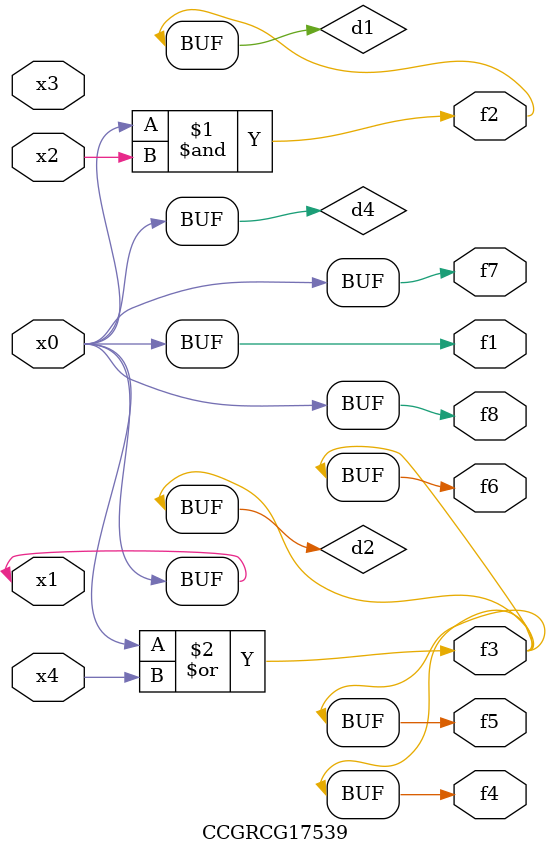
<source format=v>
module CCGRCG17539(
	input x0, x1, x2, x3, x4,
	output f1, f2, f3, f4, f5, f6, f7, f8
);

	wire d1, d2, d3, d4;

	and (d1, x0, x2);
	or (d2, x0, x4);
	nand (d3, x0, x2);
	buf (d4, x0, x1);
	assign f1 = d4;
	assign f2 = d1;
	assign f3 = d2;
	assign f4 = d2;
	assign f5 = d2;
	assign f6 = d2;
	assign f7 = d4;
	assign f8 = d4;
endmodule

</source>
